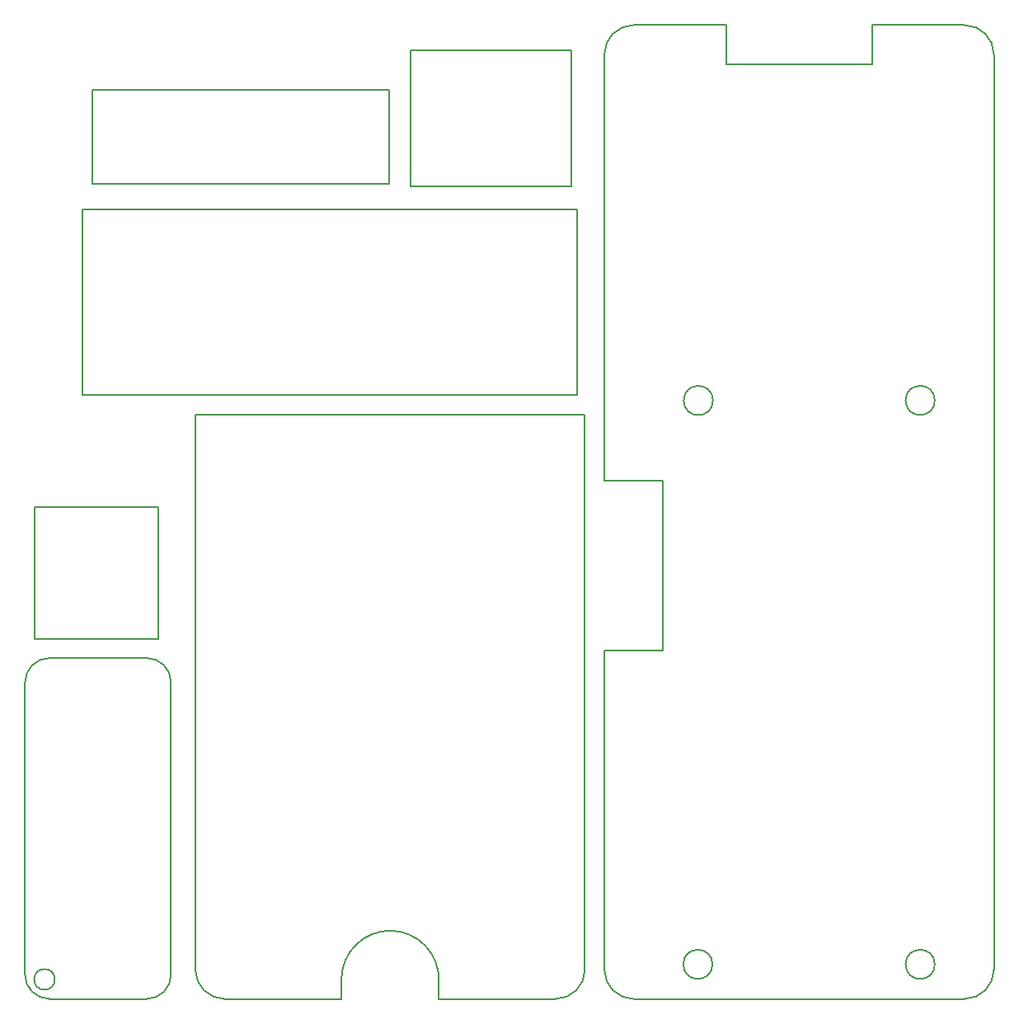
<source format=gm1>
%MOIN*%
%OFA0B0*%
%FSLAX46Y46*%
%IPPOS*%
%LPD*%
%ADD10C,0.0078740157480314977*%
%ADD11C,0.005905511811023622*%
%ADD22C,0.0039370078740157488*%
%ADD23C,0.005905511811023622*%
%ADD34C,0.0039370078740157488*%
%ADD35C,0.005905511811023622*%
%ADD46C,0.0078740157480314977*%
%ADD47C,0.005905511811023622*%
%ADD58C,0.0039370078740157488*%
%ADD59C,0.005905511811023622*%
%ADD70C,0.0078740157480314977*%
%ADD71C,0.005905511811023622*%
%ADD82C,0.0039370078740157488*%
%ADD83C,0.005905511811023622*%
%LPD*%
G01G01G01G01*
D10*
D11*
X0001559842Y0003286614D02*
X0001559842Y0003836614D01*
X0002209842Y0003286614D02*
X0001559842Y0003286614D01*
X0002209842Y0003836614D02*
X0002209842Y0003286614D01*
X0001559842Y0003836614D02*
X0002209842Y0003836614D01*
G01G01G01G01G01G01G01G01*
D22*
D23*
X0002342519Y0000118110D02*
X0002342519Y0001409447D01*
X0002578740Y0001409447D02*
X0002342519Y0001409447D01*
X0002578740Y0002094488D02*
X0002578740Y0001409447D01*
X0002342519Y0002094488D02*
X0002578740Y0002094488D01*
X0003425196Y0003937007D02*
X0003799212Y0003937007D01*
X0003425196Y0003937007D02*
X0003425196Y0003779527D01*
X0002834645Y0003779527D02*
X0003425196Y0003779527D01*
X0002834645Y0003937007D02*
X0002834645Y0003779527D01*
X0003678543Y0002419763D02*
G75*
G03G03G03G03X0003678543Y0002419763I-0000059055D01X0003678543Y0002419763I-0000059055D01X0003678543Y0002419763I-0000059055D01G03G03X0003678543Y0002419763I-0000059055D01G03G03X0003678543Y0002419763I-0000059055D01X0003678543Y0002419763I-0000059055D01X0003678543Y0002419763I-0000059055D01X0003678543Y0002419763I-0000059055D01*
G01G01G01G01G01G01G01G01*
X0002781496Y0002419291D02*
G75*
G03G03G03G03X0002781496Y0002419291I-0000059055D01X0002781496Y0002419291I-0000059055D01X0002781496Y0002419291I-0000059055D01G03G03X0002781496Y0002419291I-0000059055D01G03G03X0002781496Y0002419291I-0000059055D01X0002781496Y0002419291I-0000059055D01X0002781496Y0002419291I-0000059055D01X0002781496Y0002419291I-0000059055D01*
G01G01G01G01G01G01G01G01*
X0003678543Y0000139763D02*
G75*
G03G03G03G03X0003678543Y0000139763I-0000059055D01X0003678543Y0000139763I-0000059055D01X0003678543Y0000139763I-0000059055D01G03G03X0003678543Y0000139763I-0000059055D01G03G03X0003678543Y0000139763I-0000059055D01X0003678543Y0000139763I-0000059055D01X0003678543Y0000139763I-0000059055D01X0003678543Y0000139763I-0000059055D01*
G01G01G01G01G01G01G01G01*
X0002779527Y0000139763D02*
G75*
G03G03G03G03X0002779527Y0000139763I-0000059055D01X0002779527Y0000139763I-0000059055D01X0002779527Y0000139763I-0000059055D01G03G03X0002779527Y0000139763I-0000059055D01G03G03X0002779527Y0000139763I-0000059055D01X0002779527Y0000139763I-0000059055D01X0002779527Y0000139763I-0000059055D01X0002779527Y0000139763I-0000059055D01*
G01G01G01G01G01G01G01G01*
X0003917322Y0003818897D02*
G75*
G03G03G03G03X0003799212Y0003937007I-0000118110D01X0003799212Y0003937007I-0000118110D01X0003799212Y0003937007I-0000118110D01G03G03X0003799212Y0003937007I-0000118110D01G03G03X0003799212Y0003937007I-0000118110D01X0003799212Y0003937007I-0000118110D01X0003799212Y0003937007I-0000118110D01X0003799212Y0003937007I-0000118110D01*
G01G01G01G01G01G01G01G01*
X0002460629Y0003937007D02*
G75*
G03G03G03G03X0002342519Y0003818897J-0000118110D01X0002342519Y0003818897J-0000118110D01X0002342519Y0003818897J-0000118110D01G03G03X0002342519Y0003818897J-0000118110D01G03G03X0002342519Y0003818897J-0000118110D01X0002342519Y0003818897J-0000118110D01X0002342519Y0003818897J-0000118110D01X0002342519Y0003818897J-0000118110D01*
G01G01G01G01G01G01G01G01*
X0003799212Y0000000000D02*
G75*
G03G03G03G03X0003917322Y0000118110J0000118110D01X0003917322Y0000118110J0000118110D01X0003917322Y0000118110J0000118110D01G03G03X0003917322Y0000118110J0000118110D01G03G03X0003917322Y0000118110J0000118110D01X0003917322Y0000118110J0000118110D01X0003917322Y0000118110J0000118110D01X0003917322Y0000118110J0000118110D01*
G01G01G01G01G01G01G01G01*
X0002342519Y0000118110D02*
G75*
G03G03G03G03X0002460629Y0000000000I0000118110D01X0002460629Y0000000000I0000118110D01X0002460629Y0000000000I0000118110D01G03G03X0002460629Y0000000000I0000118110D01G03G03X0002460629Y0000000000I0000118110D01X0002460629Y0000000000I0000118110D01X0002460629Y0000000000I0000118110D01X0002460629Y0000000000I0000118110D01*
G01G01G01G01G01G01G01G01*
X0002342519Y0003818897D02*
X0002342519Y0002094488D01*
X0003917322Y0003818897D02*
X0003917322Y0000118110D01*
X0002460629Y0003937007D02*
X0002834645Y0003937007D01*
X0002460629Y0000000000D02*
X0003799212Y0000000000D01*
G01G01G01G01G01G01G01G01*
D34*
D35*
X0001673228Y0000074803D02*
G75*
G03G03G03G03X0001279527Y0000082677I-0000196850J0000003937D01X0001279527Y0000082677I-0000196850J0000003937D01X0001279527Y0000082677I-0000196850J0000003937D01G03G03X0001279527Y0000082677I-0000196850J0000003937D01G03G03X0001279527Y0000082677I-0000196850J0000003937D01X0001279527Y0000082677I-0000196850J0000003937D01X0001279527Y0000082677I-0000196850J0000003937D01X0001279527Y0000082677I-0000196850J0000003937D01*
G01G01G01G01G01G01G01G01*
X0001279527Y0000000000D02*
X0001279527Y0000082677D01*
X0001673228Y0000000000D02*
X0001673228Y0000078740D01*
X0000688976Y0000118110D02*
G75*
G03G03G03G03X0000807086Y0000000000I0000118110D01X0000807086Y0000000000I0000118110D01X0000807086Y0000000000I0000118110D01G03G03X0000807086Y0000000000I0000118110D01G03G03X0000807086Y0000000000I0000118110D01X0000807086Y0000000000I0000118110D01X0000807086Y0000000000I0000118110D01X0000807086Y0000000000I0000118110D01*
G01G01G01G01G01G01G01G01*
X0002145669Y0000000000D02*
G75*
G03G03G03G03X0002263779Y0000118110J0000118110D01X0002263779Y0000118110J0000118110D01X0002263779Y0000118110J0000118110D01G03G03X0002263779Y0000118110J0000118110D01G03G03X0002263779Y0000118110J0000118110D01X0002263779Y0000118110J0000118110D01X0002263779Y0000118110J0000118110D01X0002263779Y0000118110J0000118110D01*
G01G01G01G01G01G01G01G01*
X0002263779Y0002358267D02*
X0002263779Y0000118110D01*
X0002263779Y0002362204D02*
X0002263779Y0002358267D01*
X0000688976Y0002362204D02*
X0002263779Y0002362204D01*
X0000688976Y0000118110D02*
X0000688976Y0002362204D01*
X0001673228Y0000000000D02*
X0002145669Y0000000000D01*
X0000807086Y0000000000D02*
X0001279527Y0000000000D01*
G04 next file*
G01G01G01G01G01G01G01G01*
D46*
D47*
X0000078740Y0000120498D02*
G75*
G03G03G03G03X0000078740Y0000120498J-0000041758D01X0000078740Y0000120498J-0000041758D01X0000078740Y0000120498J-0000041758D01G03G03X0000078740Y0000120498J-0000041758D01G03G03X0000078740Y0000120498J-0000041758D01X0000078740Y0000120498J-0000041758D01X0000078740Y0000120498J-0000041758D01X0000078740Y0000120498J-0000041758D01*
G01G01G01G01G01G01G01G01*
X0000492125Y0000000000D02*
G75*
G03G03G03G03X0000590551Y0000098425J0000098425D01X0000590551Y0000098425J0000098425D01X0000590551Y0000098425J0000098425D01G03G03X0000590551Y0000098425J0000098425D01G03G03X0000590551Y0000098425J0000098425D01X0000590551Y0000098425J0000098425D01X0000590551Y0000098425J0000098425D01X0000590551Y0000098425J0000098425D01*
G01G01G01G01G01G01G01G01*
X0000590551Y0001279527D02*
G75*
G03G03G03G03X0000492125Y0001377952I-0000098425D01X0000492125Y0001377952I-0000098425D01X0000492125Y0001377952I-0000098425D01G03G03X0000492125Y0001377952I-0000098425D01G03G03X0000492125Y0001377952I-0000098425D01X0000492125Y0001377952I-0000098425D01X0000492125Y0001377952I-0000098425D01X0000492125Y0001377952I-0000098425D01*
G01G01G01G01G01G01G01G01*
X0000098425Y0001377952D02*
G75*
G03G03G03G03X0000000000Y0001279527J-0000098425D01X0000000000Y0001279527J-0000098425D01X0000000000Y0001279527J-0000098425D01G03G03X0000000000Y0001279527J-0000098425D01G03G03X0000000000Y0001279527J-0000098425D01X0000000000Y0001279527J-0000098425D01X0000000000Y0001279527J-0000098425D01X0000000000Y0001279527J-0000098425D01*
G01G01G01G01G01G01G01G01*
X0000000000Y0000098425D02*
G75*
G03G03G03G03X0000098425Y0000000000I0000098425D01X0000098425Y0000000000I0000098425D01X0000098425Y0000000000I0000098425D01G03G03X0000098425Y0000000000I0000098425D01G03G03X0000098425Y0000000000I0000098425D01X0000098425Y0000000000I0000098425D01X0000098425Y0000000000I0000098425D01X0000098425Y0000000000I0000098425D01*
G01G01G01G01G01G01G01G01*
X0000590551Y0000098425D02*
X0000590551Y0001279527D01*
X0000098425Y0000000000D02*
X0000492125Y0000000000D01*
X0000098425Y0001377952D02*
X0000492125Y0001377952D01*
X0000000000Y0000098425D02*
X0000000000Y0001279527D01*
G01G01G01G01G01G01G01G01*
D58*
D59*
X0000039370Y0001456692D02*
X0000039370Y0001988188D01*
X0000039370Y0001456692D02*
X0000539370Y0001456692D01*
X0000539370Y0001988188D02*
X0000539370Y0001456692D01*
X0000039370Y0001988188D02*
X0000539370Y0001988188D01*
G04 next file*
G01G01G01G01G01G01G01G01*
D70*
D71*
X0000232480Y0002442913D02*
X0000232480Y0003192913D01*
X0002232480Y0002442913D02*
X0000232480Y0002442913D01*
X0002232480Y0003192913D02*
X0002232480Y0002442913D01*
X0000232480Y0003192913D02*
X0002232480Y0003192913D01*
G04 next file*
G04 #@! TF.FileFunction,Profile,NP*
G04 Gerber Fmt 4.6, Leading zero omitted, Abs format (unit mm)*
G04 Created by KiCad (PCBNEW 4.0.4-stable) date 03/14/17 03:23:15*
G01G01G01G01G01G01G01G01*
G04 APERTURE LIST*
G04 APERTURE END LIST*
D82*
D83*
X0001472362Y0003296062D02*
X0000272362Y0003296062D01*
X0000272362Y0003676062D02*
X0001472362Y0003676062D01*
X0000272362Y0003296062D02*
X0000272362Y0003676062D01*
X0001472362Y0003296062D02*
X0001472362Y0003676062D01*
M02*
</source>
